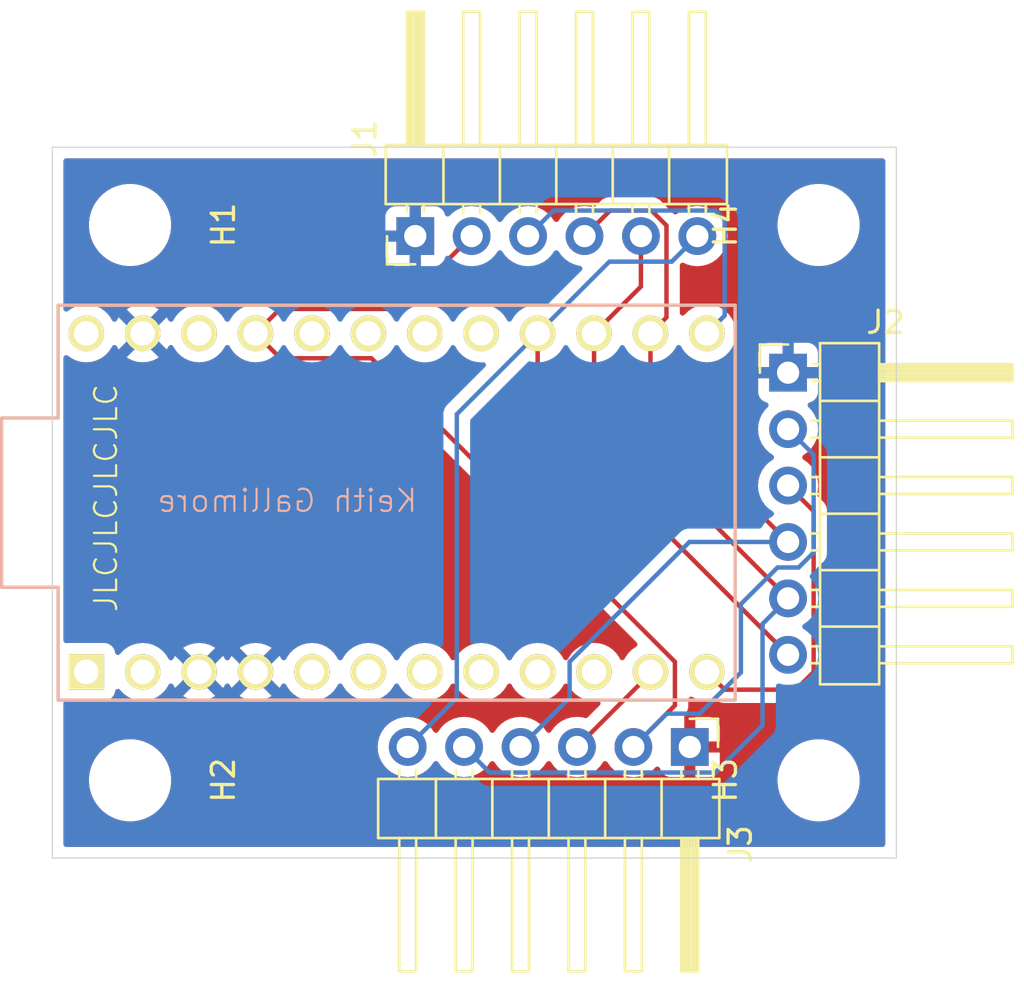
<source format=kicad_pcb>
(kicad_pcb (version 20240108) (generator "pcbnew") (generator_version "8.0")
  (layers (0 "F.Cu" signal) (31 "B.Cu" signal) (34 "B.Paste" user) (35 "F.Paste" user) (36 "B.SilkS" user "B.Silkscreen") (37 "F.SilkS" user "F.Silkscreen") (38 "B.Mask" user) (39 "F.Mask" user) (44 "Edge.Cuts" user))
  (net 0 "")
  (net 1 "/SCK")
  (net 2 "/MISO")
  (net 3 "/MOSI")
  (net 4 "/SS1")
  (net 5 "+3V3")
  (net 6 "GND")
  (net 7 "/SS2")
  (net 22 "/SS3")
  (footprint "MountingHole:MountingHole_3.2mm_M3" (layer "F.Cu") (at 142 90.5 -90)
    (property "Reference" "H1" (at 0 -4.2 90) (layer "F.SilkS"))
    (property "Value" "MountingHole" (hide yes))
    (pad "" np_thru_hole circle (at 0 0 270) (size 3.2 3.2) (drill 3.2) (layers "*.Cu" "*.Mask"))
  )
  (footprint "Connector_PinHeader_2.54mm:PinHeader_1x06_P2.54mm_Horizontal" (layer "F.Cu") (at 167.2 114 -90)
    (property "Reference" "J3" (at 4.385 -2.27 90) (layer "F.SilkS"))
    (property "Value" "Conn_01x06_Pin")
    (fp_line (start 1.44 14.03) (end 4.1 14.03) (stroke (width 0.12)) (layer "F.SilkS"))
    (fp_line (start 4.1 14.03) (end 4.1 -1.33) (stroke (width 0.12)) (layer "F.SilkS"))
    (fp_line (start 1.042929 13.08) (end 1.44 13.08) (stroke (width 0.12)) (layer "F.SilkS"))
    (fp_line (start 10.1 13.08) (end 4.1 13.08) (stroke (width 0.12)) (layer "F.SilkS"))
    (fp_line (start 1.042929 12.32) (end 1.44 12.32) (stroke (width 0.12)) (layer "F.SilkS"))
    (fp_line (start 4.1 12.32) (end 10.1 12.32) (stroke (width 0.12)) (layer "F.SilkS"))
    (fp_line (start 10.1 12.32) (end 10.1 13.08) (stroke (width 0.12)) (layer "F.SilkS"))
    (fp_line (start 1.44 11.43) (end 4.1 11.43) (stroke (width 0.12)) (layer "F.SilkS"))
    (fp_line (start 1.042929 10.54) (end 1.44 10.54) (stroke (width 0.12)) (layer "F.SilkS"))
    (fp_line (start 10.1 10.54) (end 4.1 10.54) (stroke (width 0.12)) (layer "F.SilkS"))
    (fp_line (start 1.042929 9.78) (end 1.44 9.78) (stroke (width 0.12)) (layer "F.SilkS"))
    (fp_line (start 4.1 9.78) (end 10.1 9.78) (stroke (width 0.12)) (layer "F.SilkS"))
    (fp_line (start 10.1 9.78) (end 10.1 10.54) (stroke (width 0.12)) (layer "F.SilkS"))
    (fp_line (start 1.44 8.89) (end 4.1 8.89) (stroke (width 0.12)) (layer "F.SilkS"))
    (fp_line (start 1.042929 8) (end 1.44 8) (stroke (width 0.12)) (layer "F.SilkS"))
    (fp_line (start 10.1 8) (end 4.1 8) (stroke (width 0.12)) (layer "F.SilkS"))
    (fp_line (start 1.042929 7.24) (end 1.44 7.24) (stroke (width 0.12)) (layer "F.SilkS"))
    (fp_line (start 4.1 7.24) (end 10.1 7.24) (stroke (width 0.12)) (layer "F.SilkS"))
    (fp_line (start 10.1 7.24) (end 10.1 8) (stroke (width 0.12)) (layer "F.SilkS"))
    (fp_line (start 1.44 6.35) (end 4.1 6.35) (stroke (width 0.12)) (layer "F.SilkS"))
    (fp_line (start 1.042929 5.46) (end 1.44 5.46) (stroke (width 0.12)) (layer "F.SilkS"))
    (fp_line (start 10.1 5.46) (end 4.1 5.46) (stroke (width 0.12)) (layer "F.SilkS"))
    (fp_line (start 1.042929 4.7) (end 1.44 4.7) (stroke (width 0.12)) (layer "F.SilkS"))
    (fp_line (start 4.1 4.7) (end 10.1 4.7) (stroke (width 0.12)) (layer "F.SilkS"))
    (fp_line (start 10.1 4.7) (end 10.1 5.46) (stroke (width 0.12)) (layer "F.SilkS"))
    (fp_line (start 1.44 3.81) (end 4.1 3.81) (stroke (width 0.12)) (layer "F.SilkS"))
    (fp_line (start 1.042929 2.92) (end 1.44 2.92) (stroke (width 0.12)) (layer "F.SilkS"))
    (fp_line (start 10.1 2.92) (end 4.1 2.92) (stroke (width 0.12)) (layer "F.SilkS"))
    (fp_line (start 1.042929 2.16) (end 1.44 2.16) (stroke (width 0.12)) (layer "F.SilkS"))
    (fp_line (start 4.1 2.16) (end 10.1 2.16) (stroke (width 0.12)) (layer "F.SilkS"))
    (fp_line (start 10.1 2.16) (end 10.1 2.92) (stroke (width 0.12)) (layer "F.SilkS"))
    (fp_line (start 1.44 1.27) (end 4.1 1.27) (stroke (width 0.12)) (layer "F.SilkS"))
    (fp_line (start 1.11 0.38) (end 1.44 0.38) (stroke (width 0.12)) (layer "F.SilkS"))
    (fp_line (start 10.1 0.38) (end 4.1 0.38) (stroke (width 0.12)) (layer "F.SilkS"))
    (fp_line (start 4.1 0.28) (end 10.1 0.28) (stroke (width 0.12)) (layer "F.SilkS"))
    (fp_line (start 4.1 0.16) (end 10.1 0.16) (stroke (width 0.12)) (layer "F.SilkS"))
    (fp_line (start 4.1 0.04) (end 10.1 0.04) (stroke (width 0.12)) (layer "F.SilkS"))
    (fp_line (start -1.27 0) (end -1.27 -1.27) (stroke (width 0.12)) (layer "F.SilkS"))
    (fp_line (start 4.1 -0.08) (end 10.1 -0.08) (stroke (width 0.12)) (layer "F.SilkS"))
    (fp_line (start 4.1 -0.2) (end 10.1 -0.2) (stroke (width 0.12)) (layer "F.SilkS"))
    (fp_line (start 4.1 -0.32) (end 10.1 -0.32) (stroke (width 0.12)) (layer "F.SilkS"))
    (fp_line (start 1.11 -0.38) (end 1.44 -0.38) (stroke (width 0.12)) (layer "F.SilkS"))
    (fp_line (start 4.1 -0.38) (end 10.1 -0.38) (stroke (width 0.12)) (layer "F.SilkS"))
    (fp_line (start 10.1 -0.38) (end 10.1 0.38) (stroke (width 0.12)) (layer "F.SilkS"))
    (fp_line (start -1.27 -1.27) (end 0 -1.27) (stroke (width 0.12)) (layer "F.SilkS"))
    (fp_line (start 1.44 -1.33) (end 1.44 14.03) (stroke (width 0.12)) (layer "F.SilkS"))
    (fp_line (start 4.1 -1.33) (end 1.44 -1.33) (stroke (width 0.12)) (layer "F.SilkS"))
    (pad "1" thru_hole rect (at 0 0 270) (size 1.7 1.7) (drill 1) (layers "*.Cu" "*.Mask") (net 6 "GND"))
    (pad "2" thru_hole oval (at 0 2.54 270) (size 1.7 1.7) (drill 1) (layers "*.Cu" "*.Mask") (net 5 "+3V3"))
    (pad "3" thru_hole oval (at 0 5.08 270) (size 1.7 1.7) (drill 1) (layers "*.Cu" "*.Mask") (net 22 "/SS3"))
    (pad "4" thru_hole oval (at 0 7.62 270) (size 1.7 1.7) (drill 1) (layers "*.Cu" "*.Mask") (net 3 "/MOSI"))
    (pad "5" thru_hole oval (at 0 10.16 270) (size 1.7 1.7) (drill 1) (layers "*.Cu" "*.Mask") (net 2 "/MISO"))
    (pad "6" thru_hole oval (at 0 12.7 270) (size 1.7 1.7) (drill 1) (layers "*.Cu" "*.Mask") (net 1 "/SCK"))
  )
  (footprint "MountingHole:MountingHole_3.2mm_M3" (layer "F.Cu") (at 142 115.5 -90)
    (property "Reference" "H2" (at 0 -4.2 90) (layer "F.SilkS"))
    (property "Value" "MountingHole" (hide yes))
    (pad "" np_thru_hole circle (at 0 0 270) (size 3.2 3.2) (drill 3.2) (layers "*.Cu" "*.Mask"))
  )
  (footprint "promicro:ProMicro" (layer "F.Cu") (at 154 103)
    (property "Reference" "U1" (hide yes))
    (property "Value" "ProMicro")
    (fp_line (start -17.78 -3.81) (end -15.24 -3.81) (stroke (width 0.15)) (layer "B.SilkS"))
    (fp_line (start -17.78 3.81) (end -17.78 -3.81) (stroke (width 0.15)) (layer "B.SilkS"))
    (fp_line (start -15.24 -8.89) (end 15.24 -8.89) (stroke (width 0.15)) (layer "B.SilkS"))
    (fp_line (start -15.24 -3.81) (end -15.24 -8.89) (stroke (width 0.15)) (layer "B.SilkS"))
    (fp_line (start -15.24 3.81) (end -17.78 3.81) (stroke (width 0.15)) (layer "B.SilkS"))
    (fp_line (start -15.24 8.89) (end -15.24 3.81) (stroke (width 0.15)) (layer "B.SilkS"))
    (fp_line (start 15.24 -8.89) (end 15.24 8.89) (stroke (width 0.15)) (layer "B.SilkS"))
    (fp_line (start 15.24 8.89) (end -15.24 8.89) (stroke (width 0.15)) (layer "B.SilkS"))
    (fp_line (start -17.78 -3.81) (end -15.24 -3.81) (stroke (width 0.15)) (layer "F.SilkS"))
    (fp_line (start -17.78 3.81) (end -17.78 -3.81) (stroke (width 0.15)) (layer "F.SilkS"))
    (fp_line (start -15.24 -8.89) (end 15.24 -8.89) (stroke (width 0.15)) (layer "F.SilkS"))
    (fp_line (start -15.24 -3.81) (end -15.24 -8.89) (stroke (width 0.15)) (layer "F.SilkS"))
    (fp_line (start -15.24 3.81) (end -17.78 3.81) (stroke (width 0.15)) (layer "F.SilkS"))
    (fp_line (start -15.24 8.89) (end -15.24 3.81) (stroke (width 0.15)) (layer "F.SilkS"))
    (fp_line (start -15.24 8.89) (end 15.24 8.89) (stroke (width 0.15)) (layer "F.SilkS"))
    (fp_line (start 15.24 -8.89) (end 15.24 8.89) (stroke (width 0.15)) (layer "F.SilkS"))
    (pad "1" thru_hole rect (at -13.97 7.62) (size 1.6 1.6) (drill 1.1) (layers "*.Cu" "*.Mask" "F.SilkS"))
    (pad "2" thru_hole circle (at -11.43 7.62) (size 1.6 1.6) (drill 1.1) (layers "*.Cu" "*.Mask" "F.SilkS"))
    (pad "3" thru_hole circle (at -8.89 7.62) (size 1.6 1.6) (drill 1.1) (layers "*.Cu" "*.Mask" "F.SilkS") (net 6 "GND"))
    (pad "4" thru_hole circle (at -6.35 7.62) (size 1.6 1.6) (drill 1.1) (layers "*.Cu" "*.Mask" "F.SilkS") (net 6 "GND"))
    (pad "5" thru_hole circle (at -3.81 7.62) (size 1.6 1.6) (drill 1.1) (layers "*.Cu" "*.Mask" "F.SilkS"))
    (pad "6" thru_hole circle (at -1.27 7.62) (size 1.6 1.6) (drill 1.1) (layers "*.Cu" "*.Mask" "F.SilkS"))
    (pad "7" thru_hole circle (at 1.27 7.62) (size 1.6 1.6) (drill 1.1) (layers "*.Cu" "*.Mask" "F.SilkS"))
    (pad "8" thru_hole circle (at 3.81 7.62) (size 1.6 1.6) (drill 1.1) (layers "*.Cu" "*.Mask" "F.SilkS"))
    (pad "9" thru_hole circle (at 6.35 7.62) (size 1.6 1.6) (drill 1.1) (layers "*.Cu" "*.Mask" "F.SilkS"))
    (pad "10" thru_hole circle (at 8.89 7.62) (size 1.6 1.6) (drill 1.1) (layers "*.Cu" "*.Mask" "F.SilkS"))
    (pad "11" thru_hole circle (at 11.43 7.62) (size 1.6 1.6) (drill 1.1) (layers "*.Cu" "*.Mask" "F.SilkS") (net 22 "/SS3"))
    (pad "12" thru_hole circle (at 13.97 7.62) (size 1.6 1.6) (drill 1.1) (layers "*.Cu" "*.Mask" "F.SilkS") (net 7 "/SS2"))
    (pad "13" thru_hole circle (at 13.97 -7.62) (size 1.6 1.6) (drill 1.1) (layers "*.Cu" "*.Mask" "F.SilkS") (net 4 "/SS1"))
    (pad "14" thru_hole circle (at 11.43 -7.62) (size 1.6 1.6) (drill 1.1) (layers "*.Cu" "*.Mask" "F.SilkS") (net 3 "/MOSI"))
    (pad "15" thru_hole circle (at 8.89 -7.62) (size 1.6 1.6) (drill 1.1) (layers "*.Cu" "*.Mask" "F.SilkS") (net 2 "/MISO"))
    (pad "16" thru_hole circle (at 6.35 -7.62) (size 1.6 1.6) (drill 1.1) (layers "*.Cu" "*.Mask" "F.SilkS") (net 1 "/SCK"))
    (pad "17" thru_hole circle (at 3.81 -7.62) (size 1.6 1.6) (drill 1.1) (layers "*.Cu" "*.Mask" "F.SilkS"))
    (pad "18" thru_hole circle (at 1.27 -7.62) (size 1.6 1.6) (drill 1.1) (layers "*.Cu" "*.Mask" "F.SilkS"))
    (pad "19" thru_hole circle (at -1.27 -7.62) (size 1.6 1.6) (drill 1.1) (layers "*.Cu" "*.Mask" "F.SilkS"))
    (pad "20" thru_hole circle (at -3.81 -7.62) (size 1.6 1.6) (drill 1.1) (layers "*.Cu" "*.Mask" "F.SilkS"))
    (pad "21" thru_hole circle (at -6.35 -7.62) (size 1.6 1.6) (drill 1.1) (layers "*.Cu" "*.Mask" "F.SilkS") (net 5 "+3V3"))
    (pad "22" thru_hole circle (at -8.89 -7.62) (size 1.6 1.6) (drill 1.1) (layers "*.Cu" "*.Mask" "F.SilkS"))
    (pad "23" thru_hole circle (at -11.43 -7.62) (size 1.6 1.6) (drill 1.1) (layers "*.Cu" "*.Mask" "F.SilkS") (net 6 "GND"))
    (pad "24" thru_hole circle (at -13.97 -7.62) (size 1.6 1.6) (drill 1.1) (layers "*.Cu" "*.Mask" "F.SilkS"))
  )
  (footprint "Connector_PinHeader_2.54mm:PinHeader_1x06_P2.54mm_Horizontal" (layer "F.Cu") (at 154.84 91 90)
    (property "Reference" "J1" (at 4.385 -2.27 -90) (layer "F.SilkS"))
    (property "Value" "Conn_01x06_Pin")
    (fp_line (start 4.1 -1.33) (end 1.44 -1.33) (stroke (width 0.12)) (layer "F.SilkS"))
    (fp_line (start 1.44 -1.33) (end 1.44 14.03) (stroke (width 0.12)) (layer "F.SilkS"))
    (fp_line (start -1.27 -1.27) (end 0 -1.27) (stroke (width 0.12)) (layer "F.SilkS"))
    (fp_line (start 10.1 -0.38) (end 10.1 0.38) (stroke (width 0.12)) (layer "F.SilkS"))
    (fp_line (start 4.1 -0.38) (end 10.1 -0.38) (stroke (width 0.12)) (layer "F.SilkS"))
    (fp_line (start 1.11 -0.38) (end 1.44 -0.38) (stroke (width 0.12)) (layer "F.SilkS"))
    (fp_line (start 4.1 -0.32) (end 10.1 -0.32) (stroke (width 0.12)) (layer "F.SilkS"))
    (fp_line (start 4.1 -0.2) (end 10.1 -0.2) (stroke (width 0.12)) (layer "F.SilkS"))
    (fp_line (start 4.1 -0.08) (end 10.1 -0.08) (stroke (width 0.12)) (layer "F.SilkS"))
    (fp_line (start -1.27 0) (end -1.27 -1.27) (stroke (width 0.12)) (layer "F.SilkS"))
    (fp_line (start 4.1 0.04) (end 10.1 0.04) (stroke (width 0.12)) (layer "F.SilkS"))
    (fp_line (start 4.1 0.16) (end 10.1 0.16) (stroke (width 0.12)) (layer "F.SilkS"))
    (fp_line (start 4.1 0.28) (end 10.1 0.28) (stroke (width 0.12)) (layer "F.SilkS"))
    (fp_line (start 10.1 0.38) (end 4.1 0.38) (stroke (width 0.12)) (layer "F.SilkS"))
    (fp_line (start 1.11 0.38) (end 1.44 0.38) (stroke (width 0.12)) (layer "F.SilkS"))
    (fp_line (start 1.44 1.27) (end 4.1 1.27) (stroke (width 0.12)) (layer "F.SilkS"))
    (fp_line (start 10.1 2.16) (end 10.1 2.92) (stroke (width 0.12)) (layer "F.SilkS"))
    (fp_line (start 4.1 2.16) (end 10.1 2.16) (stroke (width 0.12)) (layer "F.SilkS"))
    (fp_line (start 1.042929 2.16) (end 1.44 2.16) (stroke (width 0.12)) (layer "F.SilkS"))
    (fp_line (start 10.1 2.92) (end 4.1 2.92) (stroke (width 0.12)) (layer "F.SilkS"))
    (fp_line (start 1.042929 2.92) (end 1.44 2.92) (stroke (width 0.12)) (layer "F.SilkS"))
    (fp_line (start 1.44 3.81) (end 4.1 3.81) (stroke (width 0.12)) (layer "F.SilkS"))
    (fp_line (start 10.1 4.7) (end 10.1 5.46) (stroke (width 0.12)) (layer "F.SilkS"))
    (fp_line (start 4.1 4.7) (end 10.1 4.7) (stroke (width 0.12)) (layer "F.SilkS"))
    (fp_line (start 1.042929 4.7) (end 1.44 4.7) (stroke (width 0.12)) (layer "F.SilkS"))
    (fp_line (start 10.1 5.46) (end 4.1 5.46) (stroke (width 0.12)) (layer "F.SilkS"))
    (fp_line (start 1.042929 5.46) (end 1.44 5.46) (stroke (width 0.12)) (layer "F.SilkS"))
    (fp_line (start 1.44 6.35) (end 4.1 6.35) (stroke (width 0.12)) (layer "F.SilkS"))
    (fp_line (start 10.1 7.24) (end 10.1 8) (stroke (width 0.12)) (layer "F.SilkS"))
    (fp_line (start 4.1 7.24) (end 10.1 7.24) (stroke (width 0.12)) (layer "F.SilkS"))
    (fp_line (start 1.042929 7.24) (end 1.44 7.24) (stroke (width 0.12)) (layer "F.SilkS"))
    (fp_line (start 10.1 8) (end 4.1 8) (stroke (width 0.12)) (layer "F.SilkS"))
    (fp_line (start 1.042929 8) (end 1.44 8) (stroke (width 0.12)) (layer "F.SilkS"))
    (fp_line (start 1.44 8.89) (end 4.1 8.89) (stroke (width 0.12)) (layer "F.SilkS"))
    (fp_line (start 10.1 9.78) (end 10.1 10.54) (stroke (width 0.12)) (layer "F.SilkS"))
    (fp_line (start 4.1 9.78) (end 10.1 9.78) (stroke (width 0.12)) (layer "F.SilkS"))
    (fp_line (start 1.042929 9.78) (end 1.44 9.78) (stroke (width 0.12)) (layer "F.SilkS"))
    (fp_line (start 10.1 10.54) (end 4.1 10.54) (stroke (width 0.12)) (layer "F.SilkS"))
    (fp_line (start 1.042929 10.54) (end 1.44 10.54) (stroke (width 0.12)) (layer "F.SilkS"))
    (fp_line (start 1.44 11.43) (end 4.1 11.43) (stroke (width 0.12)) (layer "F.SilkS"))
    (fp_line (start 10.1 12.32) (end 10.1 13.08) (stroke (width 0.12)) (layer "F.SilkS"))
    (fp_line (start 4.1 12.32) (end 10.1 12.32) (stroke (width 0.12)) (layer "F.SilkS"))
    (fp_line (start 1.042929 12.32) (end 1.44 12.32) (stroke (width 0.12)) (layer "F.SilkS"))
    (fp_line (start 10.1 13.08) (end 4.1 13.08) (stroke (width 0.12)) (layer "F.SilkS"))
    (fp_line (start 1.042929 13.08) (end 1.44 13.08) (stroke (width 0.12)) (layer "F.SilkS"))
    (fp_line (start 4.1 14.03) (end 4.1 -1.33) (stroke (width 0.12)) (layer "F.SilkS"))
    (fp_line (start 1.44 14.03) (end 4.1 14.03) (stroke (width 0.12)) (layer "F.SilkS"))
    (pad "1" thru_hole rect (at 0 0 90) (size 1.7 1.7) (drill 1) (layers "*.Cu" "*.Mask") (net 6 "GND"))
    (pad "2" thru_hole oval (at 0 2.54 90) (size 1.7 1.7) (drill 1) (layers "*.Cu" "*.Mask") (net 5 "+3V3"))
    (pad "3" thru_hole oval (at 0 5.08 90) (size 1.7 1.7) (drill 1) (layers "*.Cu" "*.Mask") (net 4 "/SS1"))
    (pad "4" thru_hole oval (at 0 7.62 90) (size 1.7 1.7) (drill 1) (layers "*.Cu" "*.Mask") (net 3 "/MOSI"))
    (pad "5" thru_hole oval (at 0 10.16 90) (size 1.7 1.7) (drill 1) (layers "*.Cu" "*.Mask") (net 2 "/MISO"))
    (pad "6" thru_hole oval (at 0 12.7 90) (size 1.7 1.7) (drill 1) (layers "*.Cu" "*.Mask") (net 1 "/SCK"))
  )
  (footprint "MountingHole:MountingHole_3.2mm_M3" (layer "F.Cu") (at 173 115.5 90)
    (property "Reference" "H3" (at 0 -4.2 -90) (layer "F.SilkS"))
    (property "Value" "MountingHole" (hide yes))
    (pad "" np_thru_hole circle (at 0 0 90) (size 3.2 3.2) (drill 3.2) (layers "*.Cu" "*.Mask"))
  )
  (footprint "MountingHole:MountingHole_3.2mm_M3" (layer "F.Cu") (at 173 90.5 90)
    (property "Reference" "H4" (at 0 -4.2 -90) (layer "F.SilkS"))
    (property "Value" "MountingHole" (hide yes))
    (pad "" np_thru_hole circle (at 0 0 90) (size 3.2 3.2) (drill 3.2) (layers "*.Cu" "*.Mask"))
  )
  (footprint "Connector_PinHeader_2.54mm:PinHeader_1x06_P2.54mm_Horizontal" (layer "F.Cu") (at 171.625 97.15)
    (property "Reference" "J2" (at 4.385 -2.27 0) (layer "F.SilkS"))
    (property "Value" "Conn_01x06_Pin")
    (fp_line (start -1.27 -1.27) (end 0 -1.27) (stroke (width 0.12)) (layer "F.SilkS"))
    (fp_line (start -1.27 0) (end -1.27 -1.27) (stroke (width 0.12)) (layer "F.SilkS"))
    (fp_line (start 1.042929 2.16) (end 1.44 2.16) (stroke (width 0.12)) (layer "F.SilkS"))
    (fp_line (start 1.042929 2.92) (end 1.44 2.92) (stroke (width 0.12)) (layer "F.SilkS"))
    (fp_line (start 1.042929 4.7) (end 1.44 4.7) (stroke (width 0.12)) (layer "F.SilkS"))
    (fp_line (start 1.042929 5.46) (end 1.44 5.46) (stroke (width 0.12)) (layer "F.SilkS"))
    (fp_line (start 1.042929 7.24) (end 1.44 7.24) (stroke (width 0.12)) (layer "F.SilkS"))
    (fp_line (start 1.042929 8) (end 1.44 8) (stroke (width 0.12)) (layer "F.SilkS"))
    (fp_line (start 1.042929 9.78) (end 1.44 9.78) (stroke (width 0.12)) (layer "F.SilkS"))
    (fp_line (start 1.042929 10.54) (end 1.44 10.54) (stroke (width 0.12)) (layer "F.SilkS"))
    (fp_line (start 1.042929 12.32) (end 1.44 12.32) (stroke (width 0.12)) (layer "F.SilkS"))
    (fp_line (start 1.042929 13.08) (end 1.44 13.08) (stroke (width 0.12)) (layer "F.SilkS"))
    (fp_line (start 1.11 -0.38) (end 1.44 -0.38) (stroke (width 0.12)) (layer "F.SilkS"))
    (fp_line (start 1.11 0.38) (end 1.44 0.38) (stroke (width 0.12)) (layer "F.SilkS"))
    (fp_line (start 1.44 -1.33) (end 1.44 14.03) (stroke (width 0.12)) (layer "F.SilkS"))
    (fp_line (start 1.44 1.27) (end 4.1 1.27) (stroke (width 0.12)) (layer "F.SilkS"))
    (fp_line (start 1.44 3.81) (end 4.1 3.81) (stroke (width 0.12)) (layer "F.SilkS"))
    (fp_line (start 1.44 6.35) (end 4.1 6.35) (stroke (width 0.12)) (layer "F.SilkS"))
    (fp_line (start 1.44 8.89) (end 4.1 8.89) (stroke (width 0.12)) (layer "F.SilkS"))
    (fp_line (start 1.44 11.43) (end 4.1 11.43) (stroke (width 0.12)) (layer "F.SilkS"))
    (fp_line (start 1.44 14.03) (end 4.1 14.03) (stroke (width 0.12)) (layer "F.SilkS"))
    (fp_line (start 4.1 -1.33) (end 1.44 -1.33) (stroke (width 0.12)) (layer "F.SilkS"))
    (fp_line (start 4.1 -0.38) (end 10.1 -0.38) (stroke (width 0.12)) (layer "F.SilkS"))
    (fp_line (start 4.1 -0.32) (end 10.1 -0.32) (stroke (width 0.12)) (layer "F.SilkS"))
    (fp_line (start 4.1 -0.2) (end 10.1 -0.2) (stroke (width 0.12)) (layer "F.SilkS"))
    (fp_line (start 4.1 -0.08) (end 10.1 -0.08) (stroke (width 0.12)) (layer "F.SilkS"))
    (fp_line (start 4.1 0.04) (end 10.1 0.04) (stroke (width 0.12)) (layer "F.SilkS"))
    (fp_line (start 4.1 0.16) (end 10.1 0.16) (stroke (width 0.12)) (layer "F.SilkS"))
    (fp_line (start 4.1 0.28) (end 10.1 0.28) (stroke (width 0.12)) (layer "F.SilkS"))
    (fp_line (start 4.1 2.16) (end 10.1 2.16) (stroke (width 0.12)) (layer "F.SilkS"))
    (fp_line (start 4.1 4.7) (end 10.1 4.7) (stroke (width 0.12)) (layer "F.SilkS"))
    (fp_line (start 4.1 7.24) (end 10.1 7.24) (stroke (width 0.12)) (layer "F.SilkS"))
    (fp_line (start 4.1 9.78) (end 10.1 9.78) (stroke (width 0.12)) (layer "F.SilkS"))
    (fp_line (start 4.1 12.32) (end 10.1 12.32) (stroke (width 0.12)) (layer "F.SilkS"))
    (fp_line (start 4.1 14.03) (end 4.1 -1.33) (stroke (width 0.12)) (layer "F.SilkS"))
    (fp_line (start 10.1 -0.38) (end 10.1 0.38) (stroke (width 0.12)) (layer "F.SilkS"))
    (fp_line (start 10.1 0.38) (end 4.1 0.38) (stroke (width 0.12)) (layer "F.SilkS"))
    (fp_line (start 10.1 2.16) (end 10.1 2.92) (stroke (width 0.12)) (layer "F.SilkS"))
    (fp_line (start 10.1 2.92) (end 4.1 2.92) (stroke (width 0.12)) (layer "F.SilkS"))
    (fp_line (start 10.1 4.7) (end 10.1 5.46) (stroke (width 0.12)) (layer "F.SilkS"))
    (fp_line (start 10.1 5.46) (end 4.1 5.46) (stroke (width 0.12)) (layer "F.SilkS"))
    (fp_line (start 10.1 7.24) (end 10.1 8) (stroke (width 0.12)) (layer "F.SilkS"))
    (fp_line (start 10.1 8) (end 4.1 8) (stroke (width 0.12)) (layer "F.SilkS"))
    (fp_line (start 10.1 9.78) (end 10.1 10.54) (stroke (width 0.12)) (layer "F.SilkS"))
    (fp_line (start 10.1 10.54) (end 4.1 10.54) (stroke (width 0.12)) (layer "F.SilkS"))
    (fp_line (start 10.1 12.32) (end 10.1 13.08) (stroke (width 0.12)) (layer "F.SilkS"))
    (fp_line (start 10.1 13.08) (end 4.1 13.08) (stroke (width 0.12)) (layer "F.SilkS"))
    (pad "1" thru_hole rect (at 0 0) (size 1.7 1.7) (drill 1) (layers "*.Cu" "*.Mask") (net 6 "GND"))
    (pad "2" thru_hole oval (at 0 2.54) (size 1.7 1.7) (drill 1) (layers "*.Cu" "*.Mask") (net 5 "+3V3"))
    (pad "3" thru_hole oval (at 0 5.08) (size 1.7 1.7) (drill 1) (layers "*.Cu" "*.Mask") (net 7 "/SS2"))
    (pad "4" thru_hole oval (at 0 7.62) (size 1.7 1.7) (drill 1) (layers "*.Cu" "*.Mask") (net 3 "/MOSI"))
    (pad "5" thru_hole oval (at 0 10.16) (size 1.7 1.7) (drill 1) (layers "*.Cu" "*.Mask") (net 2 "/MISO"))
    (pad "6" thru_hole oval (at 0 12.7) (size 1.7 1.7) (drill 1) (layers "*.Cu" "*.Mask") (net 1 "/SCK"))
  )
  (gr_rect (start 138.5 87) (end 176.5 119) (stroke (width 0.05)) (fill none) (layer "Edge.Cuts"))
  (gr_text "Keith Gallimore" (at 155 103.5 0) (layer "B.SilkS") (effects (font (size 1 1) (thickness 0.1)) (justify left bottom mirror)))
  (gr_text "JLCJLCJLCJLC" (at 141.5 108 90) (layer "F.SilkS") (effects (font (size 1 1) (thickness 0.1)) (justify left bottom)))
  (segment (start 160.35 98.575) (end 160.35 95.38) (width 0.2) (layer "F.Cu") (net 1))
  (segment (start 171.625 109.85) (end 160.35 98.575) (width 0.2) (layer "F.Cu") (net 1))
  (segment (start 163.58 92.15) (end 160.35 95.38) (width 0.2) (layer "B.Cu") (net 1))
  (segment (start 166.39 92.15) (end 163.58 92.15) (width 0.2) (layer "B.Cu") (net 1))
  (segment (start 156.71 99.02) (end 160.35 95.38) (width 0.2) (layer "B.Cu") (net 1))
  (segment (start 154.5 114) (end 156.71 111.79) (width 0.2) (layer "B.Cu") (net 1))
  (segment (start 167.54 91) (end 166.39 92.15) (width 0.2) (layer "B.Cu") (net 1))
  (segment (start 156.71 111.79) (end 156.71 99.02) (width 0.2) (layer "B.Cu") (net 1))
  (segment (start 162.89 98.575) (end 162.89 95.38) (width 0.2) (layer "F.Cu") (net 2))
  (segment (start 165 93.27) (end 162.89 95.38) (width 0.2) (layer "F.Cu") (net 2))
  (segment (start 171.625 107.31) (end 162.89 98.575) (width 0.2) (layer "F.Cu") (net 2))
  (segment (start 165 91) (end 165 93.27) (width 0.2) (layer "F.Cu") (net 2))
  (segment (start 158.19 115.15) (end 168.35 115.15) (width 0.2) (layer "B.Cu") (net 2))
  (segment (start 168.35 115.15) (end 170.475 113.025) (width 0.2) (layer "B.Cu") (net 2))
  (segment (start 170.475 108.46) (end 171.625 107.31) (width 0.2) (layer "B.Cu") (net 2))
  (segment (start 157.04 114) (end 158.19 115.15) (width 0.2) (layer "B.Cu") (net 2))
  (segment (start 170.475 113.025) (end 170.475 108.46) (width 0.2) (layer "B.Cu") (net 2))
  (segment (start 163.61 89.85) (end 165.476346 89.85) (width 0.2) (layer "F.Cu") (net 3))
  (segment (start 162.46 91) (end 163.61 89.85) (width 0.2) (layer "F.Cu") (net 3))
  (segment (start 166.15 90.523654) (end 166.15 94.66) (width 0.2) (layer "F.Cu") (net 3))
  (segment (start 166.15 94.66) (end 165.43 95.38) (width 0.2) (layer "F.Cu") (net 3))
  (segment (start 171.625 104.77) (end 165.43 98.575) (width 0.2) (layer "F.Cu") (net 3))
  (segment (start 165.476346 89.85) (end 166.15 90.523654) (width 0.2) (layer "F.Cu") (net 3))
  (segment (start 165.43 98.575) (end 165.43 95.38) (width 0.2) (layer "F.Cu") (net 3))
  (segment (start 161.79 110.164365) (end 167.184365 104.77) (width 0.2) (layer "B.Cu") (net 3))
  (segment (start 161.79 111.79) (end 161.79 110.164365) (width 0.2) (layer "B.Cu") (net 3))
  (segment (start 167.184365 104.77) (end 171.625 104.77) (width 0.2) (layer "B.Cu") (net 3))
  (segment (start 159.58 114) (end 161.79 111.79) (width 0.2) (layer "B.Cu") (net 3))
  (segment (start 168.769999 90.269999) (end 168.769999 94.580001) (width 0.2) (layer "B.Cu") (net 4))
  (segment (start 159.92 91) (end 161.07 89.85) (width 0.2) (layer "B.Cu") (net 4))
  (segment (start 161.07 89.85) (end 168.35 89.85) (width 0.2) (layer "B.Cu") (net 4))
  (segment (start 168.769999 94.580001) (end 167.97 95.38) (width 0.2) (layer "B.Cu") (net 4))
  (segment (start 168.35 89.85) (end 168.769999 90.269999) (width 0.2) (layer "B.Cu") (net 4))
  (segment (start 157.38 91) (end 154.1 94.28) (width 0.2) (layer "F.Cu") (net 5))
  (segment (start 164.66 114) (end 166.53 112.13) (width 0.2) (layer "F.Cu") (net 5))
  (segment (start 148.77 96.5) (end 147.65 95.38) (width 0.2) (layer "F.Cu") (net 5))
  (segment (start 166.53 110.164365) (end 152.865635 96.5) (width 0.2) (layer "F.Cu") (net 5))
  (segment (start 148.75 94.28) (end 147.65 95.38) (width 0.2) (layer "F.Cu") (net 5))
  (segment (start 154.1 94.28) (end 148.75 94.28) (width 0.2) (layer "F.Cu") (net 5))
  (segment (start 152.865635 96.5) (end 148.77 96.5) (width 0.2) (layer "F.Cu") (net 5))
  (segment (start 166.53 112.13) (end 166.53 110.164365) (width 0.2) (layer "F.Cu") (net 5))
  (segment (start 172.101346 105.92) (end 171.148654 105.92) (width 0.2) (layer "B.Cu") (net 5))
  (segment (start 169.5 107.568654) (end 169.5 110.645635) (width 0.2) (layer "B.Cu") (net 5))
  (segment (start 169.5 110.645635) (end 167.645635 112.5) (width 0.2) (layer "B.Cu") (net 5))
  (segment (start 166.16 112.5) (end 164.66 114) (width 0.2) (layer "B.Cu") (net 5))
  (segment (start 167.645635 112.5) (end 166.16 112.5) (width 0.2) (layer "B.Cu") (net 5))
  (segment (start 171.625 99.69) (end 172.775 100.84) (width 0.2) (layer "B.Cu") (net 5))
  (segment (start 172.775 105.246346) (end 172.101346 105.92) (width 0.2) (layer "B.Cu") (net 5))
  (segment (start 171.148654 105.92) (end 169.5 107.568654) (width 0.2) (layer "B.Cu") (net 5))
  (segment (start 172.775 100.84) (end 172.775 105.246346) (width 0.2) (layer "B.Cu") (net 5))
  (segment (start 172.775 103.38) (end 172.775 110.625) (width 0.2) (layer "F.Cu") (net 7))
  (segment (start 171.980001 111.419999) (end 168.769999 111.419999) (width 0.2) (layer "F.Cu") (net 7))
  (segment (start 171.625 102.23) (end 172.775 103.38) (width 0.2) (layer "F.Cu") (net 7))
  (segment (start 172.775 110.625) (end 171.980001 111.419999) (width 0.2) (layer "F.Cu") (net 7))
  (segment (start 168.769999 111.419999) (end 167.97 110.62) (width 0.2) (layer "F.Cu") (net 7))
  (segment (start 165.43 110.69) (end 165.43 110.62) (width 0.2) (layer "F.Cu") (net 22))
  (segment (start 162.12 114) (end 165.43 110.69) (width 0.2) (layer "F.Cu") (net 22))
  (zone (net 6) (net_name "GND") (layers "F&B.Cu") (connect_pads (clearance 0.5)) (min_thickness 0.25) (fill yes (thermal_gap 0.5) (thermal_bridge_width 0.5))
    (polygon (pts (xy 137.5 120) (xy 137.5 86) (xy 143.5 86) (xy 177.5 86) (xy 177.5 120)))
  )
)
</source>
